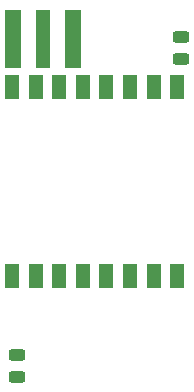
<source format=gbr>
%TF.GenerationSoftware,KiCad,Pcbnew,8.0.0*%
%TF.CreationDate,2025-01-25T20:08:19-08:00*%
%TF.ProjectId,Hope,486f7065-2e6b-4696-9361-645f70636258,rev?*%
%TF.SameCoordinates,Original*%
%TF.FileFunction,Paste,Bot*%
%TF.FilePolarity,Positive*%
%FSLAX46Y46*%
G04 Gerber Fmt 4.6, Leading zero omitted, Abs format (unit mm)*
G04 Created by KiCad (PCBNEW 8.0.0) date 2025-01-25 20:08:19*
%MOMM*%
%LPD*%
G01*
G04 APERTURE LIST*
G04 Aperture macros list*
%AMRoundRect*
0 Rectangle with rounded corners*
0 $1 Rounding radius*
0 $2 $3 $4 $5 $6 $7 $8 $9 X,Y pos of 4 corners*
0 Add a 4 corners polygon primitive as box body*
4,1,4,$2,$3,$4,$5,$6,$7,$8,$9,$2,$3,0*
0 Add four circle primitives for the rounded corners*
1,1,$1+$1,$2,$3*
1,1,$1+$1,$4,$5*
1,1,$1+$1,$6,$7*
1,1,$1+$1,$8,$9*
0 Add four rect primitives between the rounded corners*
20,1,$1+$1,$2,$3,$4,$5,0*
20,1,$1+$1,$4,$5,$6,$7,0*
20,1,$1+$1,$6,$7,$8,$9,0*
20,1,$1+$1,$8,$9,$2,$3,0*%
G04 Aperture macros list end*
%ADD10R,1.200000X2.000000*%
%ADD11RoundRect,0.243750X-0.456250X0.243750X-0.456250X-0.243750X0.456250X-0.243750X0.456250X0.243750X0*%
%ADD12R,1.200000X5.000000*%
%ADD13R,1.400000X5.000000*%
G04 APERTURE END LIST*
D10*
%TO.C,R6*%
X15483600Y10338800D03*
X13483600Y10338800D03*
X11483600Y10338800D03*
X9483600Y10338800D03*
X7483600Y10338800D03*
X5483600Y10338800D03*
X3483600Y10338800D03*
X1483600Y10338800D03*
X1483600Y26338800D03*
X3483600Y26338800D03*
X5483600Y26338800D03*
X7483600Y26338800D03*
X9483600Y26338800D03*
X11483600Y26338800D03*
X13483600Y26338800D03*
X15483600Y26338800D03*
%TD*%
D11*
%TO.C,D2*%
X1930400Y3657600D03*
X1930400Y1782600D03*
%TD*%
%TO.C,D1*%
X15798800Y30553900D03*
X15798800Y28678900D03*
%TD*%
D12*
%TO.C,AE1*%
X4114800Y30429200D03*
D13*
X6664800Y30429200D03*
X1564800Y30429200D03*
%TD*%
M02*

</source>
